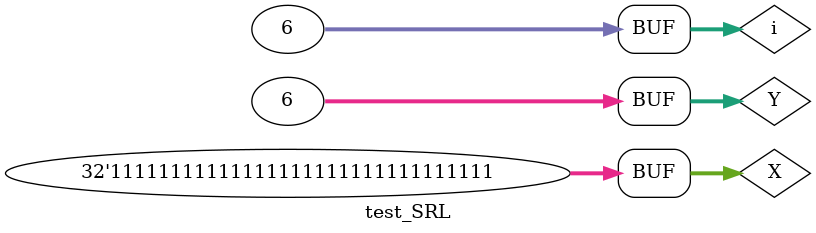
<source format=v>
`timescale 1ns / 1ps


module test_SRL;

	// Inputs
	reg [31:0] X;
	reg [31:0] Y;

	// Outputs
	wire [31:0] Z;

	// Instantiate the Unit Under Test (UUT)
	SRL uut (
		.X(X), 
		.Y(Y), 
		.Z(Z)
	);
	
	integer i = 0;

	initial begin
		// Initialize Inputs
		X = 32'b11111111111111111111111111111111;
		Y = 0;

		// Wait 100 ns for global reset to finish
		#100;
        
		// Add stimulus here
		for (i= 0; i < 6; i = i+1) begin
			#10;
			Y = 0;
			Y[i] = 1;
			
		end
		#10;
		Y=0;
		Y='d6;
		#10;
		
	end
      
endmodule


</source>
